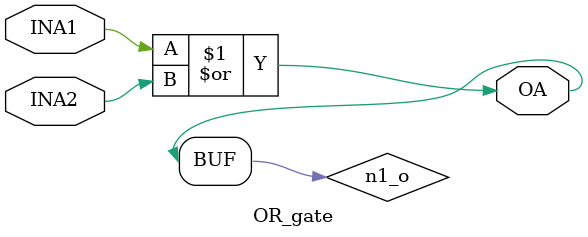
<source format=v>
module OR_gate
  (input  INA1,
   input  INA2,
   output OA);
  wire n1_o;
  assign OA = n1_o; //(module output)
  /* OR_gate.vhd:12:16  */
  assign n1_o = INA1 | INA2;
endmodule


</source>
